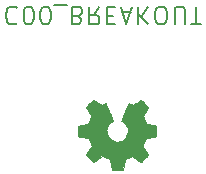
<source format=gbr>
G04 #@! TF.GenerationSoftware,KiCad,Pcbnew,5.1.5-52549c5~86~ubuntu18.04.1*
G04 #@! TF.CreationDate,2020-09-25T00:14:11-05:00*
G04 #@! TF.ProjectId,C00,4330302e-6b69-4636-9164-5f7063625858,rev?*
G04 #@! TF.SameCoordinates,Original*
G04 #@! TF.FileFunction,Legend,Bot*
G04 #@! TF.FilePolarity,Positive*
%FSLAX46Y46*%
G04 Gerber Fmt 4.6, Leading zero omitted, Abs format (unit mm)*
G04 Created by KiCad (PCBNEW 5.1.5-52549c5~86~ubuntu18.04.1) date 2020-09-25 00:14:11*
%MOMM*%
%LPD*%
G04 APERTURE LIST*
%ADD10C,0.150000*%
%ADD11C,0.010000*%
G04 APERTURE END LIST*
D10*
X30272400Y-28496485D02*
X30200971Y-28425057D01*
X29986685Y-28353628D01*
X29843828Y-28353628D01*
X29629542Y-28425057D01*
X29486685Y-28567914D01*
X29415257Y-28710771D01*
X29343828Y-28996485D01*
X29343828Y-29210771D01*
X29415257Y-29496485D01*
X29486685Y-29639342D01*
X29629542Y-29782200D01*
X29843828Y-29853628D01*
X29986685Y-29853628D01*
X30200971Y-29782200D01*
X30272400Y-29710771D01*
X31200971Y-29853628D02*
X31343828Y-29853628D01*
X31486685Y-29782200D01*
X31558114Y-29710771D01*
X31629542Y-29567914D01*
X31700971Y-29282200D01*
X31700971Y-28925057D01*
X31629542Y-28639342D01*
X31558114Y-28496485D01*
X31486685Y-28425057D01*
X31343828Y-28353628D01*
X31200971Y-28353628D01*
X31058114Y-28425057D01*
X30986685Y-28496485D01*
X30915257Y-28639342D01*
X30843828Y-28925057D01*
X30843828Y-29282200D01*
X30915257Y-29567914D01*
X30986685Y-29710771D01*
X31058114Y-29782200D01*
X31200971Y-29853628D01*
X32629542Y-29853628D02*
X32772400Y-29853628D01*
X32915257Y-29782200D01*
X32986685Y-29710771D01*
X33058114Y-29567914D01*
X33129542Y-29282200D01*
X33129542Y-28925057D01*
X33058114Y-28639342D01*
X32986685Y-28496485D01*
X32915257Y-28425057D01*
X32772400Y-28353628D01*
X32629542Y-28353628D01*
X32486685Y-28425057D01*
X32415257Y-28496485D01*
X32343828Y-28639342D01*
X32272400Y-28925057D01*
X32272400Y-29282200D01*
X32343828Y-29567914D01*
X32415257Y-29710771D01*
X32486685Y-29782200D01*
X32629542Y-29853628D01*
X33415257Y-28210771D02*
X34558114Y-28210771D01*
X35415257Y-29139342D02*
X35629542Y-29067914D01*
X35700971Y-28996485D01*
X35772400Y-28853628D01*
X35772400Y-28639342D01*
X35700971Y-28496485D01*
X35629542Y-28425057D01*
X35486685Y-28353628D01*
X34915257Y-28353628D01*
X34915257Y-29853628D01*
X35415257Y-29853628D01*
X35558114Y-29782200D01*
X35629542Y-29710771D01*
X35700971Y-29567914D01*
X35700971Y-29425057D01*
X35629542Y-29282200D01*
X35558114Y-29210771D01*
X35415257Y-29139342D01*
X34915257Y-29139342D01*
X37272400Y-28353628D02*
X36772400Y-29067914D01*
X36415257Y-28353628D02*
X36415257Y-29853628D01*
X36986685Y-29853628D01*
X37129542Y-29782200D01*
X37200971Y-29710771D01*
X37272400Y-29567914D01*
X37272400Y-29353628D01*
X37200971Y-29210771D01*
X37129542Y-29139342D01*
X36986685Y-29067914D01*
X36415257Y-29067914D01*
X37915257Y-29139342D02*
X38415257Y-29139342D01*
X38629542Y-28353628D02*
X37915257Y-28353628D01*
X37915257Y-29853628D01*
X38629542Y-29853628D01*
X39200971Y-28782200D02*
X39915257Y-28782200D01*
X39058114Y-28353628D02*
X39558114Y-29853628D01*
X40058114Y-28353628D01*
X40558114Y-28353628D02*
X40558114Y-29853628D01*
X41415257Y-28353628D02*
X40772400Y-29210771D01*
X41415257Y-29853628D02*
X40558114Y-28996485D01*
X42343828Y-29853628D02*
X42629542Y-29853628D01*
X42772400Y-29782200D01*
X42915257Y-29639342D01*
X42986685Y-29353628D01*
X42986685Y-28853628D01*
X42915257Y-28567914D01*
X42772400Y-28425057D01*
X42629542Y-28353628D01*
X42343828Y-28353628D01*
X42200971Y-28425057D01*
X42058114Y-28567914D01*
X41986685Y-28853628D01*
X41986685Y-29353628D01*
X42058114Y-29639342D01*
X42200971Y-29782200D01*
X42343828Y-29853628D01*
X43629542Y-29853628D02*
X43629542Y-28639342D01*
X43700971Y-28496485D01*
X43772400Y-28425057D01*
X43915257Y-28353628D01*
X44200971Y-28353628D01*
X44343828Y-28425057D01*
X44415257Y-28496485D01*
X44486685Y-28639342D01*
X44486685Y-29853628D01*
X44986685Y-29853628D02*
X45843828Y-29853628D01*
X45415257Y-28353628D02*
X45415257Y-29853628D01*
D11*
G36*
X39316214Y-41723269D02*
G01*
X39400035Y-41278645D01*
X39709320Y-41151147D01*
X40018606Y-41023649D01*
X40389646Y-41275954D01*
X40493557Y-41346204D01*
X40587487Y-41408928D01*
X40667052Y-41461262D01*
X40727870Y-41500343D01*
X40765557Y-41523307D01*
X40775821Y-41528258D01*
X40794310Y-41515524D01*
X40833820Y-41480318D01*
X40889922Y-41427138D01*
X40958187Y-41360482D01*
X41034186Y-41284846D01*
X41113492Y-41204728D01*
X41191675Y-41124626D01*
X41264307Y-41049036D01*
X41326959Y-40982455D01*
X41375203Y-40929382D01*
X41404610Y-40894313D01*
X41411641Y-40882577D01*
X41401523Y-40860940D01*
X41373159Y-40813538D01*
X41329529Y-40745007D01*
X41273618Y-40659985D01*
X41208406Y-40563107D01*
X41170619Y-40507850D01*
X41101743Y-40406952D01*
X41040540Y-40315901D01*
X40989978Y-40239230D01*
X40953028Y-40181472D01*
X40932658Y-40147157D01*
X40929597Y-40139946D01*
X40936536Y-40119452D01*
X40955451Y-40071687D01*
X40983487Y-40003368D01*
X41017791Y-39921211D01*
X41055509Y-39831930D01*
X41093787Y-39742242D01*
X41129770Y-39658862D01*
X41160606Y-39588506D01*
X41183439Y-39537890D01*
X41195417Y-39513729D01*
X41196124Y-39512778D01*
X41214931Y-39508164D01*
X41265018Y-39497872D01*
X41341193Y-39482913D01*
X41438265Y-39464299D01*
X41551043Y-39443041D01*
X41616842Y-39430782D01*
X41737350Y-39407838D01*
X41846197Y-39386005D01*
X41937876Y-39366478D01*
X42006881Y-39350452D01*
X42047704Y-39339121D01*
X42055911Y-39335526D01*
X42063948Y-39311194D01*
X42070433Y-39256241D01*
X42075370Y-39177092D01*
X42078764Y-39080174D01*
X42080618Y-38971913D01*
X42080938Y-38858735D01*
X42079727Y-38747065D01*
X42076990Y-38643332D01*
X42072731Y-38553959D01*
X42066955Y-38485374D01*
X42059667Y-38444003D01*
X42055295Y-38435390D01*
X42029164Y-38425067D01*
X41973793Y-38410308D01*
X41896507Y-38392848D01*
X41804630Y-38374420D01*
X41772558Y-38368459D01*
X41617924Y-38340134D01*
X41495775Y-38317324D01*
X41402073Y-38299120D01*
X41332784Y-38284617D01*
X41283871Y-38272908D01*
X41251297Y-38263085D01*
X41231028Y-38254244D01*
X41219026Y-38245476D01*
X41217347Y-38243743D01*
X41200584Y-38215829D01*
X41175014Y-38161505D01*
X41143188Y-38087423D01*
X41107660Y-38000235D01*
X41070983Y-37906592D01*
X41035711Y-37813148D01*
X41004396Y-37726553D01*
X40979593Y-37653460D01*
X40963854Y-37600522D01*
X40959732Y-37574389D01*
X40960076Y-37573474D01*
X40974041Y-37552114D01*
X41005722Y-37505116D01*
X41051791Y-37437373D01*
X41108918Y-37353777D01*
X41173773Y-37259218D01*
X41192243Y-37232346D01*
X41258099Y-37134925D01*
X41316050Y-37046037D01*
X41362938Y-36970788D01*
X41395607Y-36914280D01*
X41410900Y-36881619D01*
X41411641Y-36877607D01*
X41398792Y-36856516D01*
X41363288Y-36814736D01*
X41309693Y-36756755D01*
X41242571Y-36687065D01*
X41166487Y-36610155D01*
X41086004Y-36530517D01*
X41005687Y-36452639D01*
X40930099Y-36381014D01*
X40863805Y-36320130D01*
X40811369Y-36274479D01*
X40777355Y-36248550D01*
X40767945Y-36244317D01*
X40746043Y-36254288D01*
X40701200Y-36281180D01*
X40640721Y-36320464D01*
X40594189Y-36352083D01*
X40509875Y-36410102D01*
X40410026Y-36478416D01*
X40309873Y-36546621D01*
X40256027Y-36583125D01*
X40073771Y-36706400D01*
X39920781Y-36623680D01*
X39851082Y-36587441D01*
X39791814Y-36559274D01*
X39751711Y-36543209D01*
X39741503Y-36540974D01*
X39729229Y-36557478D01*
X39705013Y-36604118D01*
X39670663Y-36676591D01*
X39627988Y-36770594D01*
X39578794Y-36881826D01*
X39524890Y-37005985D01*
X39468084Y-37138768D01*
X39410182Y-37275873D01*
X39352993Y-37412998D01*
X39298324Y-37545842D01*
X39247984Y-37670102D01*
X39203780Y-37781475D01*
X39167519Y-37875661D01*
X39141009Y-37948356D01*
X39126058Y-37995259D01*
X39123654Y-38011367D01*
X39142711Y-38031914D01*
X39184436Y-38065267D01*
X39240106Y-38104498D01*
X39244778Y-38107601D01*
X39388664Y-38222777D01*
X39504683Y-38357147D01*
X39591830Y-38506416D01*
X39649099Y-38666287D01*
X39675486Y-38832463D01*
X39669985Y-39000648D01*
X39631590Y-39166545D01*
X39559295Y-39325858D01*
X39538026Y-39360713D01*
X39427396Y-39501463D01*
X39296702Y-39614486D01*
X39150464Y-39699197D01*
X38993208Y-39755006D01*
X38829457Y-39781326D01*
X38663733Y-39777570D01*
X38500562Y-39743150D01*
X38344465Y-39677477D01*
X38199967Y-39579965D01*
X38155269Y-39540387D01*
X38041512Y-39416497D01*
X37958618Y-39286076D01*
X37901756Y-39139885D01*
X37870087Y-38995112D01*
X37862269Y-38832340D01*
X37888338Y-38668760D01*
X37945645Y-38509902D01*
X38031544Y-38361294D01*
X38143386Y-38228465D01*
X38278523Y-38116944D01*
X38296283Y-38105189D01*
X38352550Y-38066692D01*
X38395323Y-38033337D01*
X38415772Y-38012040D01*
X38416069Y-38011367D01*
X38411679Y-37988329D01*
X38394276Y-37936043D01*
X38365668Y-37858810D01*
X38327665Y-37760932D01*
X38282074Y-37646709D01*
X38230703Y-37520442D01*
X38175362Y-37386433D01*
X38117858Y-37248982D01*
X38060001Y-37112392D01*
X38003598Y-36980963D01*
X37950458Y-36858995D01*
X37902390Y-36750791D01*
X37861201Y-36660651D01*
X37828701Y-36592877D01*
X37806697Y-36551770D01*
X37797836Y-36540974D01*
X37770760Y-36549381D01*
X37720097Y-36571928D01*
X37654583Y-36604587D01*
X37618559Y-36623680D01*
X37465568Y-36706400D01*
X37283312Y-36583125D01*
X37190275Y-36519972D01*
X37088415Y-36450473D01*
X36992962Y-36385035D01*
X36945150Y-36352083D01*
X36877905Y-36306927D01*
X36820964Y-36271143D01*
X36781754Y-36249262D01*
X36769019Y-36244637D01*
X36750483Y-36257115D01*
X36709459Y-36291948D01*
X36649925Y-36345522D01*
X36575858Y-36414217D01*
X36491235Y-36494419D01*
X36437715Y-36545914D01*
X36344081Y-36637914D01*
X36263159Y-36720201D01*
X36198223Y-36789255D01*
X36152542Y-36841556D01*
X36129389Y-36873584D01*
X36127168Y-36880084D01*
X36137476Y-36904806D01*
X36165961Y-36954795D01*
X36209463Y-37024988D01*
X36264823Y-37110325D01*
X36328880Y-37205744D01*
X36347097Y-37232346D01*
X36413473Y-37329033D01*
X36473022Y-37416083D01*
X36522416Y-37488605D01*
X36558325Y-37541707D01*
X36577419Y-37570497D01*
X36579264Y-37573474D01*
X36576505Y-37596418D01*
X36561862Y-37646864D01*
X36537887Y-37718159D01*
X36507134Y-37803653D01*
X36472156Y-37896693D01*
X36435507Y-37990626D01*
X36399739Y-38078801D01*
X36367406Y-38154566D01*
X36341062Y-38211269D01*
X36323258Y-38242257D01*
X36321993Y-38243743D01*
X36311106Y-38252599D01*
X36292718Y-38261357D01*
X36262794Y-38270923D01*
X36217297Y-38282204D01*
X36152191Y-38296107D01*
X36063439Y-38313537D01*
X35947007Y-38335402D01*
X35798858Y-38362609D01*
X35766782Y-38368459D01*
X35671714Y-38386826D01*
X35588835Y-38404795D01*
X35525470Y-38420631D01*
X35488942Y-38432600D01*
X35484044Y-38435390D01*
X35475973Y-38460128D01*
X35469413Y-38515410D01*
X35464367Y-38594811D01*
X35460841Y-38691904D01*
X35458839Y-38800262D01*
X35458364Y-38913460D01*
X35459423Y-39025072D01*
X35462018Y-39128671D01*
X35466154Y-39217832D01*
X35471837Y-39286128D01*
X35479069Y-39327134D01*
X35483429Y-39335526D01*
X35507702Y-39343992D01*
X35562974Y-39357765D01*
X35643738Y-39375650D01*
X35744488Y-39396452D01*
X35859717Y-39418977D01*
X35922498Y-39430782D01*
X36041613Y-39453049D01*
X36147835Y-39473221D01*
X36235973Y-39490285D01*
X36300834Y-39503231D01*
X36337226Y-39511045D01*
X36343216Y-39512778D01*
X36353339Y-39532310D01*
X36374738Y-39579357D01*
X36404561Y-39647197D01*
X36439955Y-39729109D01*
X36478068Y-39818372D01*
X36516047Y-39908265D01*
X36551040Y-39992065D01*
X36580194Y-40063053D01*
X36600657Y-40114506D01*
X36609577Y-40139703D01*
X36609743Y-40140804D01*
X36599631Y-40160681D01*
X36571283Y-40206423D01*
X36527677Y-40273483D01*
X36471794Y-40357316D01*
X36406613Y-40453374D01*
X36368721Y-40508550D01*
X36299675Y-40609719D01*
X36238350Y-40701570D01*
X36187737Y-40779456D01*
X36150829Y-40838731D01*
X36130618Y-40874749D01*
X36127699Y-40882823D01*
X36140247Y-40901616D01*
X36174937Y-40941743D01*
X36227337Y-40998707D01*
X36293016Y-41068015D01*
X36367544Y-41145169D01*
X36446487Y-41225675D01*
X36525417Y-41305037D01*
X36599900Y-41378760D01*
X36665506Y-41442348D01*
X36717804Y-41491306D01*
X36752361Y-41521139D01*
X36763922Y-41528258D01*
X36782746Y-41518247D01*
X36827769Y-41490122D01*
X36894613Y-41446746D01*
X36978901Y-41390982D01*
X37076256Y-41325694D01*
X37149693Y-41275954D01*
X37520733Y-41023649D01*
X38139305Y-41278645D01*
X38223125Y-41723269D01*
X38306946Y-42167893D01*
X39232394Y-42167893D01*
X39316214Y-41723269D01*
G37*
X39316214Y-41723269D02*
X39400035Y-41278645D01*
X39709320Y-41151147D01*
X40018606Y-41023649D01*
X40389646Y-41275954D01*
X40493557Y-41346204D01*
X40587487Y-41408928D01*
X40667052Y-41461262D01*
X40727870Y-41500343D01*
X40765557Y-41523307D01*
X40775821Y-41528258D01*
X40794310Y-41515524D01*
X40833820Y-41480318D01*
X40889922Y-41427138D01*
X40958187Y-41360482D01*
X41034186Y-41284846D01*
X41113492Y-41204728D01*
X41191675Y-41124626D01*
X41264307Y-41049036D01*
X41326959Y-40982455D01*
X41375203Y-40929382D01*
X41404610Y-40894313D01*
X41411641Y-40882577D01*
X41401523Y-40860940D01*
X41373159Y-40813538D01*
X41329529Y-40745007D01*
X41273618Y-40659985D01*
X41208406Y-40563107D01*
X41170619Y-40507850D01*
X41101743Y-40406952D01*
X41040540Y-40315901D01*
X40989978Y-40239230D01*
X40953028Y-40181472D01*
X40932658Y-40147157D01*
X40929597Y-40139946D01*
X40936536Y-40119452D01*
X40955451Y-40071687D01*
X40983487Y-40003368D01*
X41017791Y-39921211D01*
X41055509Y-39831930D01*
X41093787Y-39742242D01*
X41129770Y-39658862D01*
X41160606Y-39588506D01*
X41183439Y-39537890D01*
X41195417Y-39513729D01*
X41196124Y-39512778D01*
X41214931Y-39508164D01*
X41265018Y-39497872D01*
X41341193Y-39482913D01*
X41438265Y-39464299D01*
X41551043Y-39443041D01*
X41616842Y-39430782D01*
X41737350Y-39407838D01*
X41846197Y-39386005D01*
X41937876Y-39366478D01*
X42006881Y-39350452D01*
X42047704Y-39339121D01*
X42055911Y-39335526D01*
X42063948Y-39311194D01*
X42070433Y-39256241D01*
X42075370Y-39177092D01*
X42078764Y-39080174D01*
X42080618Y-38971913D01*
X42080938Y-38858735D01*
X42079727Y-38747065D01*
X42076990Y-38643332D01*
X42072731Y-38553959D01*
X42066955Y-38485374D01*
X42059667Y-38444003D01*
X42055295Y-38435390D01*
X42029164Y-38425067D01*
X41973793Y-38410308D01*
X41896507Y-38392848D01*
X41804630Y-38374420D01*
X41772558Y-38368459D01*
X41617924Y-38340134D01*
X41495775Y-38317324D01*
X41402073Y-38299120D01*
X41332784Y-38284617D01*
X41283871Y-38272908D01*
X41251297Y-38263085D01*
X41231028Y-38254244D01*
X41219026Y-38245476D01*
X41217347Y-38243743D01*
X41200584Y-38215829D01*
X41175014Y-38161505D01*
X41143188Y-38087423D01*
X41107660Y-38000235D01*
X41070983Y-37906592D01*
X41035711Y-37813148D01*
X41004396Y-37726553D01*
X40979593Y-37653460D01*
X40963854Y-37600522D01*
X40959732Y-37574389D01*
X40960076Y-37573474D01*
X40974041Y-37552114D01*
X41005722Y-37505116D01*
X41051791Y-37437373D01*
X41108918Y-37353777D01*
X41173773Y-37259218D01*
X41192243Y-37232346D01*
X41258099Y-37134925D01*
X41316050Y-37046037D01*
X41362938Y-36970788D01*
X41395607Y-36914280D01*
X41410900Y-36881619D01*
X41411641Y-36877607D01*
X41398792Y-36856516D01*
X41363288Y-36814736D01*
X41309693Y-36756755D01*
X41242571Y-36687065D01*
X41166487Y-36610155D01*
X41086004Y-36530517D01*
X41005687Y-36452639D01*
X40930099Y-36381014D01*
X40863805Y-36320130D01*
X40811369Y-36274479D01*
X40777355Y-36248550D01*
X40767945Y-36244317D01*
X40746043Y-36254288D01*
X40701200Y-36281180D01*
X40640721Y-36320464D01*
X40594189Y-36352083D01*
X40509875Y-36410102D01*
X40410026Y-36478416D01*
X40309873Y-36546621D01*
X40256027Y-36583125D01*
X40073771Y-36706400D01*
X39920781Y-36623680D01*
X39851082Y-36587441D01*
X39791814Y-36559274D01*
X39751711Y-36543209D01*
X39741503Y-36540974D01*
X39729229Y-36557478D01*
X39705013Y-36604118D01*
X39670663Y-36676591D01*
X39627988Y-36770594D01*
X39578794Y-36881826D01*
X39524890Y-37005985D01*
X39468084Y-37138768D01*
X39410182Y-37275873D01*
X39352993Y-37412998D01*
X39298324Y-37545842D01*
X39247984Y-37670102D01*
X39203780Y-37781475D01*
X39167519Y-37875661D01*
X39141009Y-37948356D01*
X39126058Y-37995259D01*
X39123654Y-38011367D01*
X39142711Y-38031914D01*
X39184436Y-38065267D01*
X39240106Y-38104498D01*
X39244778Y-38107601D01*
X39388664Y-38222777D01*
X39504683Y-38357147D01*
X39591830Y-38506416D01*
X39649099Y-38666287D01*
X39675486Y-38832463D01*
X39669985Y-39000648D01*
X39631590Y-39166545D01*
X39559295Y-39325858D01*
X39538026Y-39360713D01*
X39427396Y-39501463D01*
X39296702Y-39614486D01*
X39150464Y-39699197D01*
X38993208Y-39755006D01*
X38829457Y-39781326D01*
X38663733Y-39777570D01*
X38500562Y-39743150D01*
X38344465Y-39677477D01*
X38199967Y-39579965D01*
X38155269Y-39540387D01*
X38041512Y-39416497D01*
X37958618Y-39286076D01*
X37901756Y-39139885D01*
X37870087Y-38995112D01*
X37862269Y-38832340D01*
X37888338Y-38668760D01*
X37945645Y-38509902D01*
X38031544Y-38361294D01*
X38143386Y-38228465D01*
X38278523Y-38116944D01*
X38296283Y-38105189D01*
X38352550Y-38066692D01*
X38395323Y-38033337D01*
X38415772Y-38012040D01*
X38416069Y-38011367D01*
X38411679Y-37988329D01*
X38394276Y-37936043D01*
X38365668Y-37858810D01*
X38327665Y-37760932D01*
X38282074Y-37646709D01*
X38230703Y-37520442D01*
X38175362Y-37386433D01*
X38117858Y-37248982D01*
X38060001Y-37112392D01*
X38003598Y-36980963D01*
X37950458Y-36858995D01*
X37902390Y-36750791D01*
X37861201Y-36660651D01*
X37828701Y-36592877D01*
X37806697Y-36551770D01*
X37797836Y-36540974D01*
X37770760Y-36549381D01*
X37720097Y-36571928D01*
X37654583Y-36604587D01*
X37618559Y-36623680D01*
X37465568Y-36706400D01*
X37283312Y-36583125D01*
X37190275Y-36519972D01*
X37088415Y-36450473D01*
X36992962Y-36385035D01*
X36945150Y-36352083D01*
X36877905Y-36306927D01*
X36820964Y-36271143D01*
X36781754Y-36249262D01*
X36769019Y-36244637D01*
X36750483Y-36257115D01*
X36709459Y-36291948D01*
X36649925Y-36345522D01*
X36575858Y-36414217D01*
X36491235Y-36494419D01*
X36437715Y-36545914D01*
X36344081Y-36637914D01*
X36263159Y-36720201D01*
X36198223Y-36789255D01*
X36152542Y-36841556D01*
X36129389Y-36873584D01*
X36127168Y-36880084D01*
X36137476Y-36904806D01*
X36165961Y-36954795D01*
X36209463Y-37024988D01*
X36264823Y-37110325D01*
X36328880Y-37205744D01*
X36347097Y-37232346D01*
X36413473Y-37329033D01*
X36473022Y-37416083D01*
X36522416Y-37488605D01*
X36558325Y-37541707D01*
X36577419Y-37570497D01*
X36579264Y-37573474D01*
X36576505Y-37596418D01*
X36561862Y-37646864D01*
X36537887Y-37718159D01*
X36507134Y-37803653D01*
X36472156Y-37896693D01*
X36435507Y-37990626D01*
X36399739Y-38078801D01*
X36367406Y-38154566D01*
X36341062Y-38211269D01*
X36323258Y-38242257D01*
X36321993Y-38243743D01*
X36311106Y-38252599D01*
X36292718Y-38261357D01*
X36262794Y-38270923D01*
X36217297Y-38282204D01*
X36152191Y-38296107D01*
X36063439Y-38313537D01*
X35947007Y-38335402D01*
X35798858Y-38362609D01*
X35766782Y-38368459D01*
X35671714Y-38386826D01*
X35588835Y-38404795D01*
X35525470Y-38420631D01*
X35488942Y-38432600D01*
X35484044Y-38435390D01*
X35475973Y-38460128D01*
X35469413Y-38515410D01*
X35464367Y-38594811D01*
X35460841Y-38691904D01*
X35458839Y-38800262D01*
X35458364Y-38913460D01*
X35459423Y-39025072D01*
X35462018Y-39128671D01*
X35466154Y-39217832D01*
X35471837Y-39286128D01*
X35479069Y-39327134D01*
X35483429Y-39335526D01*
X35507702Y-39343992D01*
X35562974Y-39357765D01*
X35643738Y-39375650D01*
X35744488Y-39396452D01*
X35859717Y-39418977D01*
X35922498Y-39430782D01*
X36041613Y-39453049D01*
X36147835Y-39473221D01*
X36235973Y-39490285D01*
X36300834Y-39503231D01*
X36337226Y-39511045D01*
X36343216Y-39512778D01*
X36353339Y-39532310D01*
X36374738Y-39579357D01*
X36404561Y-39647197D01*
X36439955Y-39729109D01*
X36478068Y-39818372D01*
X36516047Y-39908265D01*
X36551040Y-39992065D01*
X36580194Y-40063053D01*
X36600657Y-40114506D01*
X36609577Y-40139703D01*
X36609743Y-40140804D01*
X36599631Y-40160681D01*
X36571283Y-40206423D01*
X36527677Y-40273483D01*
X36471794Y-40357316D01*
X36406613Y-40453374D01*
X36368721Y-40508550D01*
X36299675Y-40609719D01*
X36238350Y-40701570D01*
X36187737Y-40779456D01*
X36150829Y-40838731D01*
X36130618Y-40874749D01*
X36127699Y-40882823D01*
X36140247Y-40901616D01*
X36174937Y-40941743D01*
X36227337Y-40998707D01*
X36293016Y-41068015D01*
X36367544Y-41145169D01*
X36446487Y-41225675D01*
X36525417Y-41305037D01*
X36599900Y-41378760D01*
X36665506Y-41442348D01*
X36717804Y-41491306D01*
X36752361Y-41521139D01*
X36763922Y-41528258D01*
X36782746Y-41518247D01*
X36827769Y-41490122D01*
X36894613Y-41446746D01*
X36978901Y-41390982D01*
X37076256Y-41325694D01*
X37149693Y-41275954D01*
X37520733Y-41023649D01*
X38139305Y-41278645D01*
X38223125Y-41723269D01*
X38306946Y-42167893D01*
X39232394Y-42167893D01*
X39316214Y-41723269D01*
M02*

</source>
